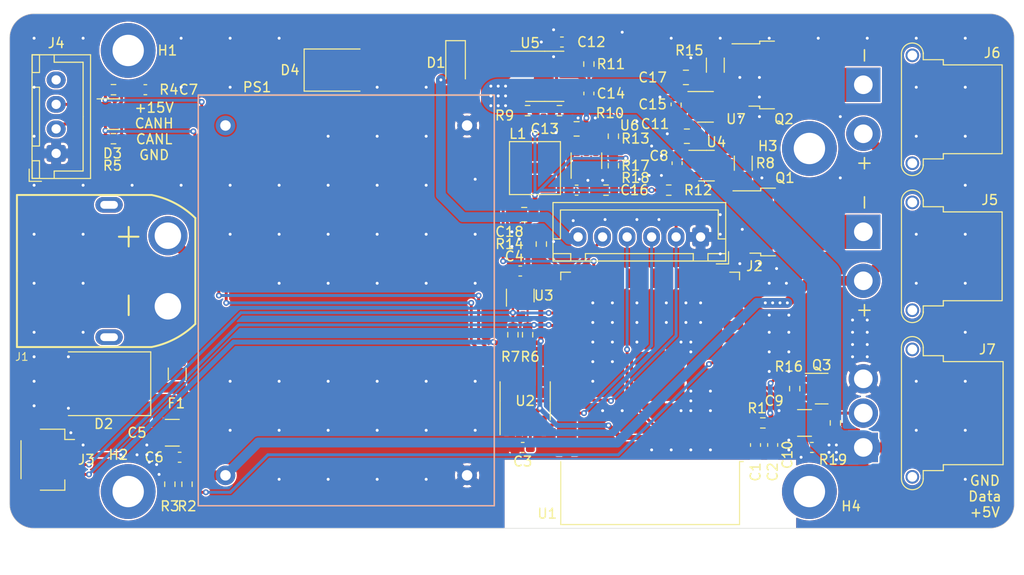
<source format=kicad_pcb>
(kicad_pcb (version 20221018) (generator pcbnew)
  (layers (0 "F.Cu" signal) (31 "B.Cu" signal) (34 "B.Paste" user) (35 "F.Paste" user) (36 "B.SilkS" user "B.Silkscreen") (37 "F.SilkS" user "F.Silkscreen") (38 "B.Mask" user) (39 "F.Mask" user) (44 "Edge.Cuts" user))
  (net 0 "")
  (net 1 "GND")
  (net 2 "+3V3")
  (net 3 "IO0")
  (net 4 "EN")
  (net 5 "ESP_TX")
  (net 6 "ESP_RX")
  (net 7 "+VSW")
  (net 8 "Net-(C7-Pad1)")
  (net 9 "+5V")
  (net 10 "I_SNS")
  (net 11 "+BATT")
  (net 12 "SCL")
  (net 13 "SDA")
  (net 14 "Net-(D1-Pad2)")
  (net 15 "Net-(J5-Pad1)")
  (net 16 "CANL")
  (net 17 "CANH")
  (net 18 "Net-(J6-Pad1)")
  (net 19 "CAN_RX")
  (net 20 "CAN_TX")
  (net 21 "Net-(Q1-Pad1)")
  (net 22 "Net-(J7-Pad2)")
  (net 23 "Net-(Q2-Pad1)")
  (net 24 "LED_Data")
  (net 25 "Net-(C16-Pad1)")
  (net 26 "Net-(C16-Pad2)")
  (net 27 "VIN_SNS")
  (net 28 "Net-(R8-Pad2)")
  (net 29 "IO36")
  (net 30 "5V_SNS")
  (net 31 "IO39")
  (net 33 "Net-(R13-Pad1)")
  (net 34 "Net-(R15-Pad2)")
  (net 35 "Net-(R17-Pad1)")
  (net 39 "LED_Light_1")
  (net 40 "LED_Light_2")
  (net 57 "Net-(R11-Pad2)")
  (net 60 "+5VP")
  (footprint "Capacitor_SMD:C_0603_1608Metric" (layer "F.Cu") (at 100.35 66.5 90)
    (fp_text reference "C2")
    (fp_text value "100n")
  )
  (footprint "Resistor_SMD:R_0603_1608Metric" (layer "F.Cu") (at 38.85 70.5 -90)
    (fp_text reference "R3")
    (fp_text value "1k")
  )
  (footprint "Capacitor_SMD:C_0603_1608Metric" (layer "F.Cu") (at 90.5 31.75 -90)
    (fp_text reference "C15")
    (fp_text value "100nF")
  )
  (footprint "Resistor_SMD:R_0603_1608Metric" (layer "F.Cu") (at 106.75 64.25 -90)
    (fp_text reference "R19")
    (fp_text value "1k")
  )
  (footprint "Resistor_SMD:R_0603_1608Metric" (layer "F.Cu") (at 99.35 64.25 180)
    (fp_text reference "R1")
    (fp_text value "1k")
  )
  (footprint "Resistor_SMD:R_1206_3216Metric" (layer "F.Cu") (at 94.5 27.75 -90)
    (fp_text reference "R15")
    (fp_text value "4.7")
  )
  (footprint "Connector_JST:JST_SH_SM04B-SRSS-TB_1x04-1MP_P1.00mm_Horizontal" (layer "F.Cu") (at 26.35 68 -90)
    (fp_text reference "J3")
    (fp_text value "I2C")
  )
  (footprint "Capacitor_SMD:C_1210_3225Metric" (layer "F.Cu") (at 39.1 65.25 180)
    (fp_text reference "C5")
    (fp_text value "2.2u 100V")
  )
  (footprint "Resistor_SMD:R_0603_1608Metric" (layer "F.Cu") (at 33.1 35.25 180)
    (fp_text reference "R5")
    (fp_text value "56R")
  )
  (footprint "Capacitor_SMD:C_0603_1608Metric" (layer "F.Cu") (at 74.6 48.75 180)
    (fp_text reference "C4")
    (fp_text value "100nF")
  )
  (footprint "Connector_JST:JST_XH_B4B-XH-A_1x04_P2.50mm_Vertical" (layer "F.Cu") (at 27.25 36.75 90)
    (fp_text reference "J4")
    (fp_text value "CAN2")
  )
  (footprint "RF_Module:ESP32-WROOM-32" (layer "F.Cu") (at 87.85 58.75 180)
    (fp_text reference "U1")
    (fp_text value "ESP32-WROOM-32")
  )
  (footprint "Connector_AMASS:AMASS_XT30PW-F_1x02_P2.50mm_Horizontal" (layer "F.Cu") (at 109.6 29.75 -90)
    (fp_text reference "J6")
    (fp_text value "XT30PW-F")
  )
  (footprint "Resistor_SMD:R_0603_1608Metric" (layer "F.Cu") (at 84.1 38 90)
    (fp_text reference "R17")
    (fp_text value "100k")
  )
  (footprint "Fuse:Fuse_1206_3216Metric" (layer "F.Cu") (at 39.6 59.25 90)
    (fp_text reference "F1")
    (fp_text value "2A permanent fuse")
  )
  (footprint "Capacitor_SMD:C_0603_1608Metric" (layer "F.Cu") (at 80.35 40.5)
    (fp_text reference "C16")
    (fp_text value "22n")
  )
  (footprint "Package_SO:SOIC-8_3.9x4.9mm_P1.27mm" (layer "F.Cu") (at 77.1 28.8875)
    (fp_text reference "U5")
    (fp_text value "CC6904")
  )
  (footprint "MountingHole:MountingHole_3.2mm_M3_DIN965_Pad" (layer "F.Cu") (at 34.6 71.25)
    (fp_text reference "H2")
    (fp_text value "MountingHole")
  )
  (footprint "Capacitor_SMD:C_0805_2012Metric" (layer "F.Cu") (at 91.6 35)
    (fp_text reference "C11")
    (fp_text value "1u")
  )
  (footprint "Resistor_SMD:R_0603_1608Metric" (layer "F.Cu") (at 33.1 30.25)
    (fp_text reference "R4")
    (fp_text value "56R")
  )
  (footprint "Package_TO_SOT_SMD:SOT-23-6" (layer "F.Cu") (at 81.35 37.5 90)
    (fp_text reference "U6")
    (fp_text value "MT2492")
  )
  (footprint "MountingHole:MountingHole_3.2mm_M3_DIN965_Pad" (layer "F.Cu") (at 34.6 26.25 90)
    (fp_text reference "H1")
    (fp_text value "MountingHole")
  )
  (footprint "Sensor_Humidity:Sensirion_DFN-8-1EP_2.5x2.5mm_P0.5mm_EP1.1x1.7mm" (layer "F.Cu") (at 74.6 51.25 90)
    (fp_text reference "U3")
    (fp_text value "SHT30-DIS")
  )
  (footprint "Package_SO:SOIC-8_3.9x4.9mm_P1.27mm" (layer "F.Cu") (at 75.1 62 90)
    (fp_text reference "U2")
    (fp_text value "SN65HVD231")
  )
  (footprint "Resistor_SMD:R_0603_1608Metric" (layer "F.Cu") (at 40.6 70.5 90)
    (fp_text reference "R2")
    (fp_text value "22k")
  )
  (footprint "boardcomputer:L_5040" (layer "F.Cu") (at 76.1 38.25 -90)
    (fp_text reference "L1")
    (fp_text value "4.7uH")
  )
  (footprint "Package_TO_SOT_SMD:TO-252-2" (layer "F.Cu") (at 101.6 43.75)
    (fp_text reference "Q1")
    (fp_text value "NCE0115K")
  )
  (footprint "Diode_SMD:D_SMB" (layer "F.Cu") (at 56.1 28.25)
    (fp_text reference "D4")
    (fp_text value "15V C78409")
  )
  (footprint "Diode_SMD:D_SMC" (layer "F.Cu") (at 32.1 60.25 180)
    (fp_text reference "D2")
    (fp_text value "51V TVS C310059")
  )
  (footprint "Package_TO_SOT_SMD:TO-252-2" (layer "F.Cu") (at 101.5 28.75)
    (fp_text reference "Q2")
    (fp_text value "NCE0115K")
  )
  (footprint "Bobbycar-FOC-hardware:Converter_DCDC_120V" (layer "F.Cu") (at 56.85 51.75 90)
    (fp_text reference "PS1")
    (fp_text value "120V DC DC converter")
  )
  (footprint "Resistor_SMD:R_0603_1608Metric" (layer "F.Cu") (at 75.35 55.25 -90)
    (fp_text reference "R6")
    (fp_text value "2k2")
  )
  (footprint "Resistor_SMD:R_0603_1608Metric" (layer "F.Cu") (at 83.35 40.5)
    (fp_text reference "R18")
    (fp_text value "22k")
  )
  (footprint "Capacitor_SMD:C_0805_2012Metric" (layer "F.Cu") (at 80.35 34.25)
    (fp_text reference "C13")
    (fp_text value "22uF")
  )
  (footprint "Capacitor_SMD:C_0603_1608Metric" (layer "F.Cu") (at 104.35 66.75)
    (fp_text reference "C10")
    (fp_text value "100nF")
  )
  (footprint "Capacitor_SMD:C_0603_1608Metric" (layer "F.Cu") (at 90.6 37.75 -90)
    (fp_text reference "C8")
    (fp_text value "100nF")
  )
  (footprint "MountingHole:MountingHole_3.2mm_M3_DIN965_Pad" (layer "F.Cu") (at 104.1 71.25)
    (fp_text reference "H4")
    (fp_text value "MountingHole")
  )
  (footprint "Resistor_SMD:R_1206_3216Metric" (layer "F.Cu") (at 97.35 37.75 90)
    (fp_text reference "R8")
    (fp_text value "4.7")
  )
  (footprint "Capacitor_SMD:C_0805_2012Metric" (layer "F.Cu") (at 91.5 29)
    (fp_text reference "C17")
    (fp_text value "1u")
  )
  (footprint "Capacitor_SMD:C_0603_1608Metric" (layer "F.Cu") (at 98.6 66.5 90)
    (fp_text reference "C1")
    (fp_text value "10u")
  )
  (footprint "Resistor_SMD:R_0603_1608Metric" (layer "F.Cu") (at 89.75 40.5 180)
    (fp_text reference "R12")
    (fp_text value "1k")
  )
  (footprint "boardcomputer:Amass_XT60PW-M" (layer "F.Cu") (at 38.65 48.75 90)
    (fp_text reference "J1")
    (fp_text value "XT60PW-M" hide)
  )
  (footprint "Resistor_SMD:R_0603_1608Metric" (layer "F.Cu") (at 78.6 32.3875 180)
    (fp_text reference "R10")
    (fp_text value "1k")
  )
  (footprint "Capacitor_SMD:C_0805_2012Metric" (layer "F.Cu") (at 75 43)
    (fp_text reference "C18")
    (fp_text value "22uF")
  )
  (footprint "Capacitor_SMD:C_0603_1608Metric" (layer "F.Cu") (at 81.6 30.6375 -90)
    (fp_text reference "C14")
    (fp_text value "100nF")
  )
  (footprint "Diode_SMD:D_SOD-123" (layer "F.Cu") (at 68 27.5 -90)
    (fp_text reference "D1")
    (fp_text value "D")
  )
  (footprint "Connector_AMASS:AMASS_MR30PW-FB_1x03_P3.50mm_Horizontal" (layer "F.Cu") (at 109.6 66.75 -90)
    (fp_text reference "J7")
    (fp_text value "MR30PW-FB")
  )
  (footprint "Connector_JST:JST_XH_B6B-XH-A_1x06_P2.50mm_Vertical" (layer "F.Cu") (at 93 45.275 180)
    (fp_text reference "J2")
    (fp_text value "PROG")
  )
  (footprint "Resistor_SMD:R_0603_1608Metric" (layer "F.Cu") (at 102.6 60.75 90)
    (fp_text reference "R16")
    (fp_text value "1k")
  )
  (footprint "Capacitor_SMD:C_0603_1608Metric" (layer "F.Cu") (at 39.85 67.75 180)
    (fp_text reference "C6")
    (fp_text value "100nF 100V")
  )
  (footprint "Resistor_SMD:R_0603_1608Metric" (layer "F.Cu") (at 81.6 27.6375 90)
    (fp_text reference "R11")
    (fp_text value "1k")
  )
  (footprint "Resistor_SMD:R_0603_1608Metric" (layer "F.Cu") (at 75.35 32.3875 180)
    (fp_text reference "R9")
    (fp_text value "1k")
  )
  (footprint "Resistor_SMD:R_0603_1608Metric" (layer "F.Cu") (at 84.1 35 90)
    (fp_text reference "R13")
    (fp_text value "1k")
  )
  (footprint "Capacitor_SMD:C_0603_1608Metric" (layer "F.Cu") (at 78.85 25.3875 180)
    (fp_text reference "C12")
    (fp_text value "100nF")
  )
  (footprint "Connector_AMASS:AMASS_XT30PW-F_1x02_P2.50mm_Horizontal" (layer "F.Cu") (at 109.6 44.75 -90)
    (fp_text reference "J5")
    (fp_text value "XT30PW-F")
  )
  (footprint "Package_TO_SOT_SMD:SOT-23-5" (layer "F.Cu") (at 93.5 32)
    (fp_text reference "U7")
    (fp_text value "UCC27517")
  )
  (footprint "Capacitor_SMD:C_0603_1608Metric" (layer "F.Cu") (at 74.85 66.75 180)
    (fp_text reference "C3")
    (fp_text value "100n")
  )
  (footprint "Package_TO_SOT_SMD:SOT-23" (layer "F.Cu") (at 105.35 60.75)
    (fp_text reference "Q3")
    (fp_text value "BSS138")
  )
  (footprint "MountingHole:MountingHole_3.2mm_M3_DIN965_Pad" (layer "F.Cu") (at 104.1 36.25)
    (fp_text reference "H3")
    (fp_text value "MountingHole")
  )
  (footprint "Resistor_SMD:R_0603_1608Metric" (layer "F.Cu") (at 73.85 55.25 -90)
    (fp_text reference "R7")
    (fp_text value "2k2")
  )
  (footprint "Resistor_SMD:R_0603_1608Metric" (layer "F.Cu") (at 76.75 46 90)
    (fp_text reference "R14")
    (fp_text value "1k")
  )
  (footprint "Package_TO_SOT_SMD:SOT-23-5" (layer "F.Cu") (at 93.6 38)
    (fp_text reference "U4")
    (fp_text value "UCC27517")
  )
  (footprint "Package_TO_SOT_SMD:SOT-23" (layer "F.Cu") (at 33.1 32.75)
    (fp_text reference "D3")
    (fp_text value "NUP2105L")
  )
  (footprint "Capacitor_SMD:C_1210_3225Metric" (layer "F.Cu") (at 103.6 64.25 180)
    (fp_text reference "C9")
    (fp_text value "2.2u 100V")
  )
  (footprint "Capacitor_SMD:C_0603_1608Metric" (layer "F.Cu") (at 36.35 30.25)
    (fp_text reference "C7")
    (fp_text value "100n")
  )
  (gr_line (start 22.5 72.5) (end 22.5 25) (stroke (width 0.05)) (layer "Edge.Cuts"))
  (gr_arc (start 125 72.5) (mid 124.267767 74.267767) (end 122.5 75) (stroke (width 0.05)) (layer "Edge.Cuts"))
  (gr_line (start 122.5 75) (end 25 75) (stroke (width 0.05)) (layer "Edge.Cuts"))
  (gr_line (start 125 25) (end 125 72.5) (stroke (width 0.05)) (layer "Edge.Cuts"))
  (gr_line (start 25 22.5) (end 122.5 22.5) (stroke (width 0.05)) (layer "Edge.Cuts"))
  (gr_arc (start 22.5 25) (mid 23.232233 23.232233) (end 25 22.5) (stroke (width 0.05)) (layer "Edge.Cuts"))
  (gr_arc (start 25 75) (mid 23.232233 74.267767) (end 22.5 72.5) (stroke (width 0.05)) (layer "Edge.Cuts"))
  (gr_arc (start 122.5 22.5) (mid 124.267767 23.232233) (end 125 25) (stroke (width 0.05)) (layer "Edge.Cuts"))
  (gr_text "GND\nData\n+5V" (at 122 71.75) (layer "F.SilkS") (effects (font (size 1 1))))
  (gr_text "+15V\nCANH\nCANL\nGND" (at 37.25 34.5) (layer "F.SilkS") (effects (font (size 1 1))))
  (segment (start 74.35 51) (end 74.6 51.25) (width 0.3) (layer "F.Cu") (net 1))
  (segment (start 74.35 51.5) (end 74.6 51.25) (width 0.3) (layer "F.Cu") (net 1))
  (segment (start 74.6 51.25) (end 73.25 51.25) (width 0.3) (layer "F.Cu") (net 1))
  (segment (start 74.35 52.425) (end 74.35 51.5) (width 0.3) (layer "F.Cu") (net 1))
  (segment (start 74.35 50.075) (end 74.35 51) (width 0.3) (layer "F.Cu") (net 1))
  (via (at 40 40) (size 0.6) (drill 0.3) (layers "F.Cu" "B.Cu") (net 1))
  (via (at 60 70) (size 0.6) (drill 0.3) (layers "F.Cu" "B.Cu") (net 1))
  (via (at 110 25) (size 0.6) (drill 0.3) (layers "F.Cu" "B.Cu") (net 1))
  (via (at 30 55) (size 0.6) (drill 0.3) (layers "F.Cu" "B.Cu") (net 1))
  (via (at 65 50) (size 0.6) (drill 0.3) (layers "F.Cu" "B.Cu") (net 1))
  (via (at 55 60) (size 0.6) (drill 0.3) (layers "F.Cu" "B.Cu") (net 1))
  (via (at 86.5 54) (size 0.6) (drill 0.3) (layers "F.Cu" "B.Cu") (net 1))
  (via (at 120 30) (size 0.6) (drill 0.3) (layers "F.Cu" "B.Cu") (net 1))
  (via (at 101.75 50) (size 0.6) (drill 0.3) (layers "F.Cu" "B.Cu") (net 1))
  (via (at 102 59) (size 0.6) (drill 0.3) (layers "F.Cu" "B.Cu") (net 1))
  (via (at 60 65) (size 0.6) (drill 0.3) (layers "F.Cu" "B.Cu") (net 1))
  (via (at 102 67) (size 0.6) (drill 0.3) (layers "F.Cu" "B.Cu") (net 1))
  (via (at 37.5 68.5) (size 0.6) (drill 0.3) (layers "F.Cu" "B.Cu") (net 1))
  (via (at 78 26.8875) (size 0.6) (drill 0.3) (layers "F.Cu" "B.Cu") (net 1))
  (via (at 25 60) (size 0.6) (drill 0.3) (layers "F.Cu" "B.Cu") (net 1))
  (via (at 45 25) (size 0.6) (drill 0.3) (layers "F.Cu" "B.Cu") (net 1))
  (via (at 65 30) (size 0.6) (drill 0.3) (layers "F.Cu" "B.Cu") (net 1))
  (via (at 97.25 44.5) (size 0.6) (drill 0.3) (layers "F.Cu" "B.Cu") (net 1))
  (via (at 92 27) (size 0.6) (drill 0.3) (layers "F.Cu" "B.Cu") (net 1))
  (via (at 55 65) (size 0.6) (drill 0.3) (layers "F.Cu" "B.Cu") (net 1))
  (via (at 60 30) (size 0.6) (drill 0.3) (layers "F.Cu" "B.Cu") (net 1))
  (via (at 30 50) (size 0.6) (drill 0.3) (layers "F.Cu" "B.Cu") (net 1))
  (via (at 110 56.25) (size 0.6) (drill 0.3) (layers "F.Cu" "B.Cu") (net 1))
  (via (at 82.25 33.1375) (size 0.6) (drill 0.3) (layers "F.Cu" "B.Cu") (net 1))
  (via (at 55 45) (size 0.6) (drill 0.3) (layers "F.Cu" "B.Cu") (net 1))
  (via (at 50 45) (size 0.6) (drill 0.3) (layers "F.Cu" "B.Cu") (net 1))
  (via (at 102 53.25) (size 0.6) (drill 0.3) (layers "F.Cu" "B.Cu") (net 1))
  (via (at 87.75 39) (size 0.6) (drill 0.3) (layers "F.Cu" "B.Cu") (net 1))
  (via (at 99 31) (size 0.6) (drill 0.3) (layers "F.Cu" "B.Cu") (net 1))
  (via (at 83 39.5) (size 0.6) (drill 0.3) (layers "F.Cu" "B.Cu") (net 1))
  (via (at 45 40) (size 0.6) (drill 0.3) (layers "F.Cu" "B.Cu") (net 1))
  (via (at 100 53.25) (size 0.6) (drill 0.3) (layers "F.Cu" "B.Cu") (net 1))
  (via (at 81.5 39.5) (size 0.6) (drill 0.3) (layers "F.Cu" "B.Cu") (net 1))
  (via (at 65 60) (size 0.6) (drill 0.3) (layers "F.Cu" "B.Cu") (net 1))
  (via (at 45 30) (size 0.6) (drill 0.3) (layers "F.Cu" "B.Cu") (net 1))
  (via (at 30 40) (size 0.6) (drill 0.3) (layers "F.Cu" "B.Cu") (net 1))
  (via (at 74.5 45.5) (size 0.6) (drill 0.3) (layers "F.Cu" "B.Cu") (net 1))
  (via (at 107.25 39.25) (size 0.6) (drill 0.3) (layers "F.Cu" "B.Cu") (net 1))
  (via (at 100 25) (size 0.6) (drill 0.3) (layers "F.Cu" "B.Cu") (net 1))
  (via (at 100.75 48.5) (size 0.6) (drill 0.3) (layers "F.Cu" "B.Cu") (net 1))
  (via (at 115 25) (size 0.6) (drill 0.3) (layers "F.Cu" "B.Cu") (net 1))
  (via (at 55 50) (size 0.6) (drill 0.3) (layers "F.Cu" "B.Cu") (net 1))
  (via (at 25 30) (size 0.6) (drill 0.3) (layers "F.Cu" "B.Cu") (net 1))
  (via (at 45 65) (size 0.6) (drill 0.3) (layers "F.Cu" "B.Cu") (net 1))
  (via (at 88 67) (size 0.6) (drill 0.3) (layers "F.Cu" "B.Cu") (net 1))
  (via (at 65 35) (size 0.6) (drill 0.3) (layers "F.Cu" "B.Cu") (net 1))
  (via (at 91 56) (size 0.6) (drill 0.3) (layers "F.Cu" "B.Cu") (net 1))
  (via (at 25 45) (size 0.6) (drill 0.3) (layers "F.Cu" "B.Cu") (net 1))
  (via (at 70 45) (size 0.6) (drill 0.3) (layers "F.Cu" "B.Cu") (net 1))
  (via (at 94 63) (size 0.6) (drill 0.3) (layers "F.Cu" "B.Cu") (net 1))
  (via (at 86.5 52) (size 0.6) (drill 0.3) (layers "F.Cu" "B.Cu") (net 1))
  (via (at 100 55) (size 0.6) (drill 0.3) (layers "F.Cu" "B.Cu") (net 1))
  (via (at 89.5 52) (size 0.6) (drill 0.3) (layers "F.Cu" "B.Cu") (net 1))
  (via (at 83.25 43.5) (size 0.6) (drill 0.3) (layers "F.Cu" "B.Cu") (net 1))
  (via (at 36.75 68.25) (size 0.6) (drill 0.3) (layers "F.Cu" "B.Cu") (net 1))
  (via (at 115 50) (size 0.6) (drill 0.3) (layers "F.Cu" "B.Cu") (net 1))
  (via (at 91.5 54) (size 0.6) (drill 0.3) (layers "F.Cu" "B.Cu") (net 1))
  (via (at 65 45) (size 0.6) (drill 0.3) (layers "F.Cu" "B.Cu") (net 1))
  (via (at 70 60) (size 0.6) (drill 0.3) (layers "F.Cu" "B.Cu") (net 1))
  (via (at 102 57) (size 0.6) (drill 0.3) (layers "F.Cu" "B.Cu") (net 1))
  (via (at 28.75 65.25) (size 0.6) (drill 0.3) (layers "F.Cu" "B.Cu") (net 1))
  (via (at 120 50) (size 0.6) (drill 0.3) (layers "F.Cu" "B.Cu") (net 1))
  (via (at 92 61) (size 0.6) (drill 0.3) (layers "F.Cu" "B.Cu") (net 1))
  (via (at 82 52) (size 0.6) (drill 0.3) (layers "F.Cu" "B.Cu") (net 1))
  (via (at 115 35) (size 0.6) (drill 0.3) (layers "F.Cu" "B.Cu") (net 1))
  (via (at 60 45) (size 0.6) (drill 0.3) (layers "F.Cu" "B.Cu") (net 1))
  (via (at 102 66) (size 0.6) (drill 0.3) (layers "F.Cu" "B.Cu") (net 1))
  (via (at 91.5 52) (size 0.6) (drill 0.3) (layers "F.Cu" "B.Cu") (net 1))
  (via (at 92 56) (size 0.6) (drill 0.3) (layers "F.Cu" "B.Cu") (net 1))
  (via (at 110 55) (size 0.6) (drill 0.3) (layers "F.Cu" "B.Cu") (net 1))
  (via (at 120 55) (size 0.6) (drill 0.3) (layers "F.Cu" "B.Cu") (net 1))
  (via (at 50 40) (size 0.6) (drill 0.3) (layers "F.Cu" "B.Cu") (net 1))
  (via (at 50 50) (size 0.6) (drill 0.3) (layers "F.Cu" "B.Cu") (net 1))
  (via (at 28.5 62.75) (size 0.6) (drill 0.3) (layers "F.Cu" "B.Cu") (net 1))
  (via (at 25 55) (size 0.6) (drill 0.3) (layers "F.Cu" "B.Cu") (net 1))
  (via (at 84 52) (size 0.6) (drill 0.3) (layers "F.Cu" "B.Cu") (net 1))
  (via (at 120 60) (size 0.6) (drill 0.3) (layers "F.Cu" "B.Cu") (net 1))
  (via (at 100 50) (size 0.6) (drill 0.3) (layers "F.Cu" "B.Cu") (net 1))
  (via (at 101 63) (size 0.6) (drill 0.3) (layers "F.Cu" "B.Cu") (net 1))
  (via (at 97 33) (size 0.6) (drill 0.3) (layers "F.Cu" "B.Cu") (net 1))
  (via (at 115 30) (size 0.6) (drill 0.3) (layers "F.Cu" "B.Cu") (net 1))
  (via (at 30 45) (size 0.6) (drill 0.3) (layers "F.Cu" "B.Cu") (net 1))
  (via (at 103.25 67.75) (size 0.6) (drill 0.3) (layers "F.Cu" "B.Cu") (net 1))
  (via (at 78 45.75) (size 0.6) (drill 0.3) (layers "F.Cu" "B.Cu") (net 1))
  (via (at 93 54) (size 0.6) (drill 0.3) (layers "F.Cu" "B.Cu") (net 1))
  (via (at 70 65) (size 0.6) (drill 0.3) (layers "F.Cu" "B.Cu") (net 1))
  (via (at 120 65) (size 0.6) (drill 0.3) (layers "F.Cu" "B.Cu") (net 1))
  (via (at 55 40) (size 0.6) (drill 0.3) (layers "F.Cu" "B.Cu") (net 1))
  (via (at 70 50) (size 0.6) (drill 0.3) (layers "F.Cu" "B.Cu") (net 1))
  (via (at 76.75 25.3875) (size 0.6) (drill 0.3) (layers "F.Cu" "B.Cu") (net 1))
  (via (at 85 24.3875) (size 0.6) (drill 0.3) (layers "F.Cu" "B.Cu") (net 1))
  (via (at 45 60) (size 0.6) (drill 0.3) (layers "F.Cu" "B.Cu") (net 1))
  (via (at 82 56) (size 0.6) (drill 0.3) (layers "F.Cu" "B.Cu") (net 1))
  (via (at 108.5 56.25) (size 0.6) (drill 0.3) (layers "F.Cu" "B.Cu") (net 1))
  (via (at 78.25 34.6375) (size 0.6) (drill 0.3) (layers "F.Cu" "B.Cu") (net 1))
  (via (at 83 63) (size 0.6) (drill 0.3) (layers "F.Cu" "B.Cu") (net 1))
  (via (at 65 70) (size 0.6) (drill 0.3) (layers "F.Cu" "B.Cu") (net 1))
  (via (at 73.75 44.75) (size 0.6) (drill 0.3) (layers "F.Cu" "B.Cu") (net 1))
  (via (at 88 36) (size 0.6) (drill 0.3) (layers "F.Cu" "B.Cu") (net 1))
  (via (at 97 29) (size 0.6) (drill 0.3) (layers "F.Cu" "B.Cu") (net 1))
  (via (at 115 65) (size 0.6) (drill 0.3) (layers "F.Cu" "B.Cu") (net 1))
  (via (at 108.5 53.75) (size 0.6) (drill 0.3) (layers "F.Cu" "B.Cu") (net 1))
  (via (at 84 56) (size 0.6) (drill 0.3) (layers "F.Cu" "B.Cu") (net 1))
  (via (at 100 57) (size 0.6) (drill 0.3) (layers "F.Cu" "B.Cu") (net 1))
  (via (at 86.5 33.5) (size 0.6) (drill 0.3) (layers "F.Cu" "B.Cu") (net 1))
  (via (at 37.5 67.5) (size 0.6) (drill 0.3) (layers "F.Cu" "B.Cu") (net 1))
  (via (at 92 67) (size 0.6) (drill 0.3) (layers "F.Cu" "B.Cu") (net 1))
  (via (at 99 48) (size 0.6) (drill 0.3) (layers "F.Cu" "B.Cu") (net 1))
  (via (at 108.5 55) (size 0.6) (drill 0.3) (layers "F.Cu" "B.Cu") (net 1))
  (via (at 80.5 33.1375) (size 0.6) (drill 0.3) (layers "F.Cu" "B.Cu") (net 1))
  (via (at 95 45) (size 0.6) (drill 0.3) (layers "F.Cu" "B.Cu") (net 1))
  (via (at 80 43.6125) (size 0.6) (drill 0.3) (layers "F.Cu" "B.Cu") (net 1))
  (via (at 94 61) (size 0.6) (drill 0.3) (layers "F.Cu" "B.Cu") (net 1))
  (via (at 86.5 43.5) (size 0.6) (drill 0.3) (layers "F.Cu" "B.Cu") (net 1))
  (via (at 50 25) (size 0.6) (drill 0.3) (layers "F.Cu" "B.Cu") (net 1))
  (via (at 92 63) (size 0.6) (drill 0.3) (layers "F.Cu" "B.Cu") (net 1))
  (via (at 55 35) (size 0.6) (drill 0.3) (layers "F.Cu" "B.Cu") (net 1))
  (via (at 105 25) (size 0.6) (drill 0.3) (layers "F.Cu" "B.Cu") (net 1))
  (via (at 97 48) (size 0.6) (drill 0.3) (layers "F.Cu" "B.Cu") (net 1))
  (via (at 25 57.5) (size 0.6) (drill 0.3) (layers "F.Cu" "B.Cu") (net 1))
  (via (at 82 58) (size 0.6) (drill 0.3) (layers "F.Cu" "B.Cu") (net 1))
  (via (at 30 66.5) (size 0.6) (drill 0.3) (layers "F.Cu" "B.Cu") (net 1))
  (via (at 95 43) (size 0.6) (drill 0.3) (layers "F.Cu" "B.Cu") (net 1))
  (via (at 115 45) (size 0.6) (drill 0.3) (layers "F.Cu" "B.Cu") (net 1))
  (via (at 102 55) (size 0.6) (drill 0.3) (layers "F.Cu" "B.Cu") (net 1))
  (via (at 120 25) (size 0.6) (drill 0.3) (layers "F.Cu" "B.Cu") (net 1))
  (via (at 25 50) (size 0.6) (drill 0.3) (layers "F.Cu" "B.Cu") (net 1))
  (via (at 90 25) (size 0.6) (drill 0.3) (layers "F.Cu" "B.Cu") (net 1))
  (via (at 60 60) (size 0.6) (drill 0.3) (layers "F.Cu" "B.Cu") (net 1))
  (via (at 78 24.1375) (size 0.6) (drill 0.3) (layers "F.Cu" "B.Cu") (net 1))
  (via (at 120 70) (size 0.6) (drill 0.3) (layers "F.Cu" "B.Cu") (net 1))
  (via (at 65 40) (size 0.6) (drill 0.3) (layers "F.Cu" "B.Cu") (net 1))
  (via (at 82 54) (size 0.6) (drill 0.3) (layers "F.Cu" "B.Cu") (net 1))
  (via (at 99.25 39.25) (size 0.6) (drill 0.3) (layers "F.Cu" "B.Cu") (net 1))
  (via (at 120 45) (size 0.6) (drill 0.3) (layers "F.Cu" "B.Cu") (net 1))
  (via (at 60 35) (size 0.6) (drill 0.3) (layers "F.Cu" "B.Cu") (net 1))
  (via (at 28.5 57.5) (size 0.6) (drill 0.3) (layers "F.Cu" "B.Cu") (net 1))
  (via (at 86.75 39.3875) (size 0.6) (drill 0.3) (layers "F.Cu" "B.Cu") (net 1))
  (via (at 84 54) (size 0.6) (drill 0.3) (layers "F.Cu" "B.Cu") (net 1))
  (via (at 55 70) (size 0.6) (drill 0.3) (layers "F.Cu" "B.Cu") (net 1))
  (via (at 95 47) (size 0.6) (drill 0.3) (layers "F.Cu" "B.Cu") (net 1))
  (via (at 92 57) (size 0.6) (drill 0.3) (layers "F.Cu" "B.Cu") (net 1))
  (via (at 25 35) (size 0.6) (drill 0.3) (layers "F.Cu" "B.Cu") (net 1))
  (via (at 25 40) (size 0.6) (drill 0.3) (layers "F.Cu" "B.Cu") (net 1))
  (via (at 99 33) (size 0.6) (drill 0.3) (layers "F.Cu" "B.Cu") (net 1))
  (via (at 88.75 43.5) (size 0.6) (drill 0.3) (layers "F.Cu" "B.Cu") (net 1))
  (via (at 35 40) (size 0.6) (drill 0.3) (layers "F.Cu" "B.Cu") (net 1))
  (via (at 36.5 66.5) (size 0.6) (drill 0.3) (layers "F.Cu" "B.Cu") (net 1))
  (via (at 84 58) (size 0.6) (drill 0.3) (layers "F.Cu" "B.Cu") (net 1))
  (via (at 35.5 67.5) (size 0.6) (drill 0.3) (layers "F.Cu" "B.Cu") (net 1))
  (via (at 50 65) (size 0.6) (drill 0.3) (layers "F.Cu" "B.Cu") (net 1))
  (via (at 107.25 33) (size 0.6) (drill 0.3) (layers "F.Cu" "B.Cu") (net 1))
  (via (at 37.75 69.5) (size 0.6) (drill 0.3) (layers "F.Cu" "B.Cu") (net 1))
  (via (at 25 25) (size 0.6) (drill 0.3) (layers "F.Cu" "B.Cu") (net 1))
  (via (at 45 45) (size 0.6) (drill 0.3) (layers "F.Cu" "B.Cu") (net 1))
  (via (at 60 40) (size 0.6) (drill 0.3) (layers "F.Cu" "B.Cu") (net 1))
  (via (at 120 35) (size 0.6) (drill 0.3) (layers "F.Cu" "B.Cu") (net 1))
  (via (at 60 50) (size 0.6) (drill 0.3) (layers "F.Cu" "B.Cu") (net 1))
  (via (at 99 29) (size 0.6) (drill 0.3) (layers "F.Cu" "B.Cu") (net 1))
  (via (at 89.5 54) (size 0.6) (drill 0.3) (layers "F.Cu" "B.Cu") (net 1))
  (via (at 73.75 46.25) (size 0.6) (drill 0.3) (layers "F.Cu" "B.Cu") (net 1))
  (via (at 65 65) (size 0.6) (drill 0.3) (layers "F.Cu" "B.Cu") (net 1))
  (via (at 115 60) (size 0.6) (drill 0.3) (layers "F.Cu" "B.Cu") (net 1))
  (via (at 120 40) (size 0.6) (drill 0.3) (layers "F.Cu" "B.Cu") (net 1))
  (via (at 94 67) (size 0.6) (drill 0.3) (layers "F.Cu" "B.Cu") (net 1))
  (via (at 50 70) (size 0.6) (drill 0.3) (layers "F.Cu" "B.Cu") (net 1))
  (via (at 30 25) (size 0.6) (drill 0.3) (layers "F.Cu" "B.Cu") (net 1))
  (via (at 89 37) (size 0.6) (drill 0.3) (layers "F.Cu" "B.Cu") (net 1))
  (via (at 40 30) (size 0.6) (drill 0.3) (layers "F.Cu" "B.Cu") (net 1))
  (via (at 70 39.3875) (size 0.6) (drill 0.3) (layers "F.Cu" "B.Cu") (net 1))
  (via (at 82 60) (size 0.6) (drill 0.3) (layers "F.Cu" "B.Cu") (net 1))
  (via (at 85 63) (size 0.6) (drill 0.3) (layers "F.Cu" "B.Cu") (net 1))
  (via (at 92 62) (size 0.6) (drill 0.3) (layers "F.Cu" "B.Cu") (net 1))
  (via (at 93 52) (size 0.6) (drill 0.3) (layers "F.Cu" "B.Cu") (net 1))
  (via (at 25 62.5) (size 0.6) (drill 0.3) (layers "F.Cu" "B.Cu") (net 1))
  (via (at 108.5 57.5) (size 0.6) (drill 0.3) (layers "F.Cu" "B.Cu") (net 1))
  (via (at 36.5 67.5) (size 0.6) (drill 0.3) (layers "F.Cu" "B.Cu") (net 1))
  (via (at 90 67) (size 0.6) (drill 0.3) (layers "F.Cu" "B.Cu") (net 1))
  (via (at 40 25) (size 0.6) (drill 0.3) (layers "F.Cu" "B.Cu") (net 1))
  (via (at 50 60) (size 0.6) (drill 0.3) (layers "F.Cu" "B.Cu") (net 1))
  (via (at 91 63) (size 0.6) (drill 0.3) (layers "F.Cu" "B.Cu") (net 1))
  (via (at 100 59) (size 0.6) (drill 0.3) (layers "F.Cu" "B.Cu") (net 1))
  (via (at 110 53.75) (size 0.6) (drill 0.3) (layers "F.Cu" "B.Cu") (net 1))
  (via (at 110 57.5) (size 0.6) (drill 0.3) (layers "F.Cu" "B.Cu") (net 1))
  (via (at 86.5 56) (size 0.6) (drill 0.3) (layers "F.Cu" "B.Cu") (net 1))
  (via (at 89 39) (size 0.6) (drill 0.3) (layers "F.Cu" "B.Cu") (net 1))
  (via (at 95 25) (size 0.6) (drill 0.3) (layers "F.Cu" "B.Cu") (net 1))
  (segment (start 73.85 56.075) (end 76.525 56.075) (width 0.5) (layer "F.Cu") (net 2))
  (segment (start 76.1 34.75) (end 76.8875 34.75) (width 0.3) (layer "F.Cu") (net 2))
  (segment (start 79.575 26.9825) (end 79.234283 26.9825) (width 0.3) (layer "F.Cu") (net 2))
  (segment (start 88.925 40.5) (end 88 40.5) (width 0.3) (layer "F.Cu") (net 2))
  (segment (start 100.175 64.25) (end 100.175 65.55) (width 0.5) (layer "F.Cu") (net 2))
  (segment (start 76.1 39.85) (end 76.1 41) (width 0.5) (layer "F.Cu") (net 2))
  (segment (start 79.234283 26.9825) (end 78.30048 27.916303) (width 0.3) (layer "F.Cu") (net 2))
  (segment (start 75.735 63.615) (end 75.735 64.475) (width 0.5) (layer "F.Cu") (net 2))
  (segment (start 78.6 32.031073) (end 78.6 33.0375) (width 0.3) (layer "F.Cu") (net 2))
  (segment (start 75.375 43.875) (end 76.1 43.15) (width 0.5) (layer "F.Cu") (net 2))
  (segment (start 76.1 43.15) (end 76.1 41) (width 0.5) (layer "F.Cu") (net 2))
  (segment (start 76.525 56.075) (end 76.699511 55.900489) (width 0.5) (layer "F.Cu") (net 2))
  (segment (start 84.1 37.175) (end 85.275 37.175) (width 0.3) (layer "F.Cu") (net 2))
  (segment (start 84.835 65.735) (end 96.35 65.735) (width 0.5) (layer "F.Cu") (net 2))
  (segment (start 76.6 62.75) (end 75.735 63.615) (width 0.5) (layer "F.Cu") (net 2))
  (segment (start 76.8875 34.75) (end 78.6 33.0375) (width 0.3) (layer "F.Cu") (net 2))
  (segment (start 75.425 45.175) (end 75.375 45.125) (width 0.5) (layer "F.Cu") (net 2))
  (segment (start 76.75 45.175) (end 75.425 45.175) (width 0.5) (layer "F.Cu") (net 2))
  (segment (start 98.59 65.735) (end 98.6 65.725) (width 0.5) (layer "F.Cu") (net 2))
  (segment (start 33.85 67.5) (end 28.35 67.5) (width 0.5) (layer "F.Cu") (net 2))
  (segment (start 75.625 64.585) (end 75.735 64.475) (width 0.3) (layer "F.Cu") (net 2))
  (segment (start 75.375 45.125) (end 75.375 43.875) (width 0.5) (layer "F.Cu") (net 2))
  (segment (start 100.54239 59.8) (end 100.143756 60.198634) (width 0.3) (layer "F.Cu") (net 2))
  (segment (start 100.175 65.55) (end 100.35 65.725) (width 0.5) (layer "F.Cu") (net 2))
  (segment (start 75.375 48.75) (end 75.375 45.125) (width 0.5) (layer "F.Cu") (net 2))
  (segment (start 73.85 56.075) (end 71.925 56.075) (width 0.5) (layer "F.Cu") (net 2))
  (segment (start 78.30048 27.916303) (end 78.30048 31.731553) (width 0.3) (layer "F.Cu") (net 2))
  (segment (start 95.85 65.735) (end 98.59 65.735) (width 0.5) (layer "F.Cu") (net 2))
  (segment (start 75.35 48.775) (end 75.375 48.75) (width 0.2) (layer "F.Cu") (net 2))
  (segment (start 75.35 50.075) (end 75.35 48.775) (width 0.2) (layer "F.Cu") (net 2))
  (segment (start 79.575 25.4375) (end 79.625 25.3875) (width 0.3) (layer "F.Cu") (net 2))
  (segment (start 71.925 56.075) (end 71.85 56) (width 0.5) (layer "F.Cu") (net 2))
  (segment (start 104.4125 59.8) (end 100.54239 59.8) (width 0.3) (layer "F.Cu") (net 2))
  (segment (start 79.575 26.9825) (end 79.575 25.4375) (width 0.3) (layer "F.Cu") (net 2))
  (segment (start 100.175 63.325) (end 100.1 63.25) (width 0.5) (layer "F.Cu") (net 2))
  (segment (start 85.275 37.175) (end 85.35 37.25) (width 0.3) (layer "F.Cu") (net 2))
  (segment (start 100.175 64.25) (end 100.175 63.325) (width 0.5) (layer "F.Cu") (net 2))
  (segment (start 76.699511 55.900489) (end 76.699511 49.949511) (width 0.5) (layer "F.Cu") (net 2))
  (segment (start 75.5 48.75) (end 75.375 48.75) (width 0.5) (layer "F.Cu") (net 2))
  (segment (start 83.6 64.5) (end 84.835 65.735) (width 0.5) (layer "F.Cu") (net 2))
  (segment (start 75.625 66.75) (end 75.625 64.585) (width 0.3) (layer "F.Cu") (net 2))
  (segment (start 78.30048 31.731553) (end 78.6 32.031073) (width 0.3) (layer "F.Cu") (net 2))
  (segment (start 76.699511 49.949511) (end 75.5 48.75) (width 0.5) (layer "F.Cu") (net 2))
  (segment (start 98.6 65.725) (end 100.35 65.725) (width 0.5) (layer "F.Cu") (net 2))
  (via (at 76.6 62.75) (size 0.6) (drill 0.3) (layers "F.Cu" "B.Cu") (net 2))
  (via (at 100.143756 60.198634) (size 0.6) (drill 0.3) (layers "F.Cu" "B.Cu") (net 2))
  (via (at 83.6 64.5) (size 0.6) (drill 0.3) (layers "F.Cu" "B.Cu") (net 2))
  (via (at 76.1 41) (size 0.6) (drill 0.3) (layers "F.Cu" "B.Cu") (net 2))
  (via (at 85.35 37.25) (size 0.6) (drill 0.3) (layers "F.Cu" "B.Cu") (net 2))
  (via (at 71.85 56) (size 0.6) (drill 0.3) (layers "F.Cu" "B.Cu") (net 2))
  (via (at 100.1 63.25) (size 0.6) (drill 0.3) (layers "F.Cu" "B.Cu") (net 2))
  (via (at 76.1 34.75) (size 0.6) (drill 0.3) (layers "F.Cu" "B.Cu") (net 2))
  (via (at 88 40.5) (size 0.6) (drill 0.3) (layers "F.Cu" "B.Cu") (net 2))
  (via (at 76.699511 55.900489) (size 0.6) (drill 0.3) (layers "F.Cu" "B.Cu") (net 2))
  (via (at 33.85 67.5) (size 0.6) (drill 0.3) (layers "F.Cu" "B.Cu") (net 2))
  (segment (start 88 40.5) (end 76.6 40.5) (width 0.3) (layer "B.Cu") (net 2))
  (segment (start 76.6 40.5) (end 76.1 41) (width 0.3) (layer "B.Cu") (net 2))
  (segment (start 76.7125 40.3875) (end 76.1 41) (width 0.3) (layer "B.Cu") (net 2))
  (segment (start 76.6 56) (end 76.699511 55.900489) (width 0.5) (layer "B.Cu") (net 2))
  (segment (start 45.35 56) (end 33.85 67.5) (width 0.5) (layer "B.Cu") (net 2))
  (segment (start 100.1 60.24239) (end 100.143756 60.198634) (width 0.5) (layer "B.Cu") (net 2))
  (segment (start 100.1 63.25) (end 100.1 60.24239) (width 0.5) (layer "B.Cu") (net 2))
  (segment (start 83.6 64.5) (end 78.35 64.5) (width 0.5) (layer "B.Cu") (net 2))
  (segment (start 85.35 37.25) (end 79.85 37.25) (width 0.3) (layer "B.Cu") (net 2))
  (segment (start 76.1 34.75) (end 76.1 41) (width 0.3) (layer "B.Cu") (net 2))
  (segment (start 76.6 62.75) (end 76.6 56) (width 0.5) (layer "B.Cu") (net 2))
  (segment (start 71.85 56) (end 45.35 56) (width 0.5) (layer "B.Cu") (net 2))
  (segment (start 78.35 64.5) (end 76.6 62.75) (width 0.5) (layer "B.Cu") (net 2))
  (segment (start 76.1 41) (end 79.85 37.25) (width 0.3) (layer "B.Cu") (net 2))
  (segment (start 79.35 49.175) (end 83 45.525) (width 0.3) (layer "F.Cu") (net 3))
  (segment (start 77 46.825) (end 79.35 49.175) (width 0.3) (layer "F.Cu") (net 3))
  (segment (start 79.35 50.495) (end 79.35 49.175) (width 0.3) (layer "F.Cu") (net 3))
  (segment (start 76.75 46.825) (end 77 46.825) (width 0.3) (layer "F.Cu") (net 3))
  (segment (start 85.5 61.754022) (end 88.210978 64.465) (width 0.3) (layer "F.Cu") (net 4))
  (segment (start 95.85 64.465) (end 98.31 64.465) (width 0.3) (layer "F.Cu") (net 4))
  (segment (start 85.5 56.75) (end 85.5 61.754022) (width 0.3) (layer "F.Cu") (net 4))
  (segment (start 88.210978 64.465) (end 96.35 64.465) (width 0.3) (layer "F.Cu") (net 4))
  (segment (start 98.31 64.465) (end 98.525 64.25) (width 0.3) (layer "F.Cu") (net 4))
  (via (at 85.5 56.75) (size 0.6) (drill 0.3) (layers "F.Cu" "B.Cu") (net 4))
  (segment (start 85.5 56.75) (end 85.5 45.525) (width 0.3) (layer "B.Cu") (net 4))
  (segment (start 79.405 63.25) (end 79.35 63.195) (width 0.3) (layer "F.Cu") (net 5))
  (segment (start 81.1 63.25) (end 79.405 63.25) (width 0.3) (layer "F.Cu") (net 5))
  (via (at 81.1 63.25) (size 0.6) (drill 0.3) (layers "F.Cu" "B.Cu") (net 5))
  (segment (start 88 56.35) (end 88 45.525) (width 0.3) (layer "B.Cu") (net 5))
  (segment (start 81.1 63.25) (end 88 56.35) (width 0.3) (layer "B.Cu") (net 5))
  (segment (start 83.775 61.925) (end 79.35 61.925) (width 0.3) (layer "F.Cu") (net 6))
  (segment (start 90.5 40.575) (end 90.5 45.525) (width 0.3) (layer "F.Cu") (net 6))
  (segment (start 90.575 40.5) (end 90.5 40.575) (width 0.3) (layer "F.Cu") (net 6))
  (segment (start 83.85 62) (end 83.775 61.925) (width 0.3) (layer "F.Cu") (net 6))
  (via (at 83.85 62) (size 0.6) (drill 0.3) (layers "F.Cu" "B.Cu") (net 6))
  (segment (start 90.5 55.35) (end 90.5 45.525) (width 0.3) (layer "B.Cu") (net 6))
  (segment (start 83.85 62) (end 90.5 55.35) (width 0.3) (layer "B.Cu") (net 6))
  (segment (start 44.525 69.595) (end 40.68 69.595) (width 1) (layer "F.Cu") (net 7))
  (segment (start 39.6 60.65) (end 35.9 60.65) (width 1) (layer "F.Cu") (net 7))
  (segment (start 40.68 69.595) (end 40.6 69.675) (width 1) (layer "F.Cu") (net 7))
  (segment (start 109.6 49.75) (end 104.1 49.75) (width 1) (layer "F.Cu") (net 7))
  (segment (start 109.6 34.75) (end 112.6 37.75) (width 1) (layer "F.Cu") (net 7))
  (segment (start 35.9 60.65) (end 35.5 60.25) (width 1) (layer "F.Cu") (net 7))
  (segment (start 39.6 60.65) (end 40.6 61.65) (width 1) (layer "F.Cu") (net 7))
  (segment (start 112.6 37.75) (end 112.6 46.75) (width 1) (layer "F.Cu") (net 7))
  (segment (start 101.85 52) (end 99.6 52) (width 1) (layer "F.Cu") (net 7))
  (segment (start 40.6 61.65) (end 40.6 69.675) (width 1) (layer "F.Cu") (net 7))
  (segment (start 112.6 46.75) (end 109.6 49.75) (width 1) (layer "F.Cu") (net 7))
  (segment (start 104.1 49.75) (end 101.85 52) (width 1) (layer "F.Cu") (net 7))
  (via (at 101.85 52) (size 0.6) (drill 0.3) (layers "F.Cu" "B.Cu") (net 7))
  (via (at 100.35 52) (size 0.6) (drill 0.3) (layers "F.Cu" "B.Cu") (net 7))
  (via (at 99.6 52) (size 0.6) (drill 0.3) (layers "F.Cu" "B.Cu") (net 7))
  (via (at 101.1 52) (size 0.6) (drill 0.3) (layers "F.Cu" "B.Cu") (net 7))
  (segment (start 99.6 52) (end 98.757188 52) (width 1) (layer "B.Cu") (net 7))
  (segment (start 84.507188 66.25) (end 47.87 66.25) (width 1) (layer "B.Cu") (net 7))
  (segment (start 100.35 52) (end 99.6 52) (width 1) (layer "B.Cu") (net 7))
  (segment (start 101.85 52) (end 101.1 52) (width 1) (layer "B.Cu") (net 7))
  (segment (start 101.1 52) (end 100.35 52) (width 1) (layer "B.Cu") (net 7))
  (segment (start 98.757188 52) (end 84.507188 66.25) (width 1) (layer "B.Cu") (net 7))
  (segment (start 47.87 66.25) (end 44.525 69.595) (width 1) (layer "B.Cu") (net 7))
  (segment (start 33.925 30.25) (end 33.925 31.489283) (width 0.3) (layer "F.Cu") (net 8))
  (segment (start 33.00048 33.164763) (end 33.925 34.089283) (width 0.3) (layer "F.Cu") (net 8))
  (segment (start 35.575 30.25) (end 33.925 30.25) (width 0.3) (layer "F.Cu") (net 8))
  (segment (start 33.00048 32.413803) (end 33.00048 33.164763) (width 0.3) (layer "F.Cu") (net 8))
  (segment (start 33.925 31.489283) (end 33.00048 32.413803) (width 0.3) (layer "F.Cu") (net 8))
  (segment (start 33.925 34.089283) (end 33.925 35.25) (width 0.3) (layer "F.Cu") (net 8))
  (segment (start 90.65 35) (end 89.85 35) (width 0.3) (layer "F.Cu") (net 9))
  (segment (start 90.55 29) (end 90.55 30.925) (width 0.3) (layer "F.Cu") (net 9))
  (segment (start 90.55 30.925) (end 90.5 30.975) (width 0.3) (layer "F.Cu") (net 9))
  (segment (start 90.6 36.975) (end 90.6 35.05) (width 0.3) (layer "F.Cu") (net 9))
  (segment (start 92.4625 37.05) (end 90.675 37.05) (width 0.3) (layer "F.Cu") (net 9))
  (segment (start 90.675 37.05) (end 90.6 36.975) (width 0.3) (layer "F.Cu") (net 9))
  (segment (start 84.1 34.175) (end 81.375 34.175) (width 0.5) (layer "F.Cu") (net 9))
  (segment (start 81.3 34.25) (end 81.3 33.1875) (width 0.5) (layer "F.Cu") (net 9))
  (segment (start 81.35 34.3) (end 81.3 34.25) (width 0.5) (layer "F.Cu") (net 9))
  (segment (start 92.3625 31.05) (end 90.575 31.05) (width 0.3) (layer "F.Cu") (net 9))
  (segment (start 88.875 30.975) (end 88.85 31) (width 0.3) (layer "F.Cu") (net 9))
  (segment (start 90.575 31.05) (end 90.5 30.975) (width 0.3) (layer "F.Cu") (net 9))
  (segment (start 81.3 34.25) (end 81.375 34.175) (width 0.5) (layer "F.Cu") (net 9))
  (segment (start 81.35 36.3625) (end 81.35 34.3) (width 0.5) (layer "F.Cu") (net 9))
  (segment (start 89.85 35) (end 89.6 34.75) (width 0.3) (layer "F.Cu") (net 9))
  (segment (start 90.6 35.05) (end 90.65 35) (width 0.3) (layer "F.Cu") (net 9))
  (segment (start 90.5 30.975) (end 88.875 30.975) (width 0.3) (layer "F.Cu") (net 9))
  (segment (start 81.3 33.1875) (end 81.35 33.1375) (width 0.5) (layer "F.Cu") (net 9))
  (via (at 71.6 30.8875) (size 0.6) (drill 0.3) (layers "F.Cu" "B.Cu") (net 9))
  (via (at 88.85 31) (size 0.6) (drill 0.3) (layers "F.Cu" "B.Cu") (net 9))
  (via (at 72.35 30.8875) (size 0.6) (drill 0.3) (layers "F.Cu" "B.Cu") (net 9))
  (via (at 106.1 66.5) (size 0.6) (drill 0.3) (layers "F.Cu" "B.Cu") (net 9))
  (via (at 73.1 30.8875) (size 0.6) (drill 0.3) (layers "F.Cu" "B.Cu") (net 9))
  (via (at 71.6 31.8875) (size 0.6) (drill 0.3) (layers "F.Cu" "B.Cu") (net 9))
  (via (at 72.35 29.8875) (size 0.6) (drill 0.3) (layers "F.Cu" "B.Cu") (net 9))
  (via (at 73.1 31.8875) (size 0.6) (drill 0.3) (layers "F.Cu" "B.Cu") (net 9))
  (via (at 71.6 29.8875) (size 0.6) (drill 0.3) (layers "F.Cu" "B.Cu") (net 9))
  (via (at 106.85 68) (size 0.6) (drill 0.3) (layers "F.Cu" "B.Cu") (net 9))
  (via (at 81.35 33.1375) (size 0.6) (drill 0.3) (layers "F.Cu" "B.Cu") (net 9))
  (via (at 73.1 29.8875) (size 0.6) (drill 0.3) (layers "F.Cu" "B.Cu") (net 9))
  (via (at 106.85 67.25) (size 0.6) (drill 0.3) (layers "F.Cu" "B.Cu") (net 9))
  (via (at 106.1 67.25) (size 0.6) (drill 0.3) (layers "F.Cu" "B.Cu") (net 9))
  (via (at 89.6 34.75) (size 0.6) (drill 0.3) (layers "F.Cu" "B.Cu") (net 9))
  (via (at 72.35 31.8875) (size 0.6) (drill 0.3) (layers "F.Cu" "B.Cu") (net 9))
  (via (at 106.85 66.5) (size 0.6) (drill 0.3) (layers "F.Cu" "B.Cu") (net 9))
  (segment (start 109.6 66.75) (end 106.85 66.75) (width 3.5) (layer "B.Cu") (net 9))
  (segment (start 105.6 65.5) (end 105.6 49.25) (width 3.5) (layer "B.Cu") (net 9))
  (segment (start 105.6 49.25) (end 87.2375 30.8875) (width 3.5) (layer "B.Cu") (net 9))
  (segment (start 81.35 33.1375) (end 81.35 32.6375) (width 0.5) (layer "B.Cu") (net 9))
  (segment (start 87.2375 30.8875) (end 72.35 30.8875) (width 3.5) (layer "B.Cu") (net 9))
  (segment (start 106.85 66.75) (end 105.6 65.5) (width 3.5) (layer "B.Cu") (net 9))
  (segment (start 81.6 28.4625) (end 81.6 29.8625) (width 0.3) (layer "F.Cu") (net 10))
  (segment (start 84.14952 44.60048) (end 84.14952 47.10048) (width 0.3) (layer "F.Cu") (net 10))
  (segment (start 86.1 34.35) (end 86.1 42.65) (width 0.3) (layer "F.Cu") (net 10))
  (segment (start 84.14952 47.10048) (end 83.405 47.845) (width 0.3) (layer "F.Cu") (net 10))
  (segment (start 83.405 47.845) (end 83.405 49.495) (width 0.3) (layer "F.Cu") (net 10))
  (segment (start 86.1 42.65) (end 84.14952 44.60048) (width 0.3) (layer "F.Cu") (net 10))
  (segment (start 81.6 29.8625) (end 86.1 34.3625) (width 0.3) (layer "F.Cu") (net 10))
  (segment (start 41.85 48.35) (end 41.85 55.6) (width 1) (layer "F.Cu") (net 11))
  (segment (start 38.65 45.15) (end 41.85 48.35) (width 1) (layer "F.Cu") (net 11))
  (segment (start 41.85 55.6) (end 39.6 57.85) (width 1) (layer "F.Cu") (net 11))
  (segment (start 75.35 52.425) (end 75.35 54.425) (width 0.2) (layer "F.Cu") (net 12))
  (segment (start 76 54.25) (end 75.825 54.425) (width 0.2) (layer "F.Cu") (net 12))
  (segment (start 77.5 54.25) (end 77.555 54.305) (width 0.3) (layer "F.Cu") (net 12))
  (segment (start 75.825 54.425) (end 75.35 54.425) (width 0.2) (layer "F.Cu") (net 12))
  (segment (start 28.35 69.5) (end 30.6 69.5) (width 0.3) (layer "F.Cu") (net 12))
  (segment (start 77.555 54.305) (end 78.85 54.305) (width 0.3) (layer "F.Cu") (net 12))
  (via (at 77.5 54.25) (size 0.6) (drill 0.3) (layers "F.Cu" "B.Cu") (net 12))
  (via (at 76 54.25) (size 0.6) (drill 0.3) (layers "F.Cu" "B.Cu") (net 12))
  (via (at 30.6 69.5) (size 0.6) (drill 0.3) (layers "F.Cu" "B.Cu") (net 12))
  (segment (start 45.85 54.25) (end 30.6 69.5) (width 0.3) (layer "B.Cu") (net 12))
  (segment (start 77.5 54.25) (end 45.85 54.25) (width 0.3) (layer "B.Cu") (net 12))
  (segment (start 73.85 53) (end 73.85 52.425) (width 0.2) (layer "F.Cu") (net 13))
  (segment (start 73.85 54.425) (end 73.85 53) (width 0.3) (layer "F.Cu") (net 13))
  (segment (start 28.35 68.5) (end 30.6 68.5) (width 0.3) (layer "F.Cu") (net 13))
  (segment (start 78.85 53.035) (end 77.5 53.035) (width 0.3) (layer "F.Cu") (net 13))
  (via (at 73.85 53) (size 0.6) (drill 0.3) (layers "F.Cu" "B.Cu") (net 13))
  (via (at 30.6 68.5) (size 0.6) (drill 0.3) (layers "F.Cu" "B.Cu") (net 13))
  (via (at 77.5 53.035) (size 0.6) (drill 0.3) (layers "F.Cu" "B.Cu") (net 13))
  (segment (start 77.5 53.035) (end 73.885 53.035) (width 0.3) (layer "B.Cu") (net 13))
  (segment (start 73.85 53) (end 46.1 53) (width 0.3) (layer "B.Cu") (net 13))
  (segment (start 73.885 53.035) (end 73.85 53) (width 0.3) (layer "B.Cu") (net 13))
  (segment (start 46.1 53) (end 30.6 68.5) (width 0.3) (layer "B.Cu") (net 13))
  (segment (start 66.6 29.15) (end 66.5 29.25) (width 1) (layer "F.Cu") (net 14))
  (segment (start 68 29.15) (end 66.6 29.15) (width 1) (layer "F.Cu") (net 14))
  (via (at 66.5 29.25) (size 0.6) (drill 0.3) (layers "F.Cu" "B.Cu") (net 14))
  (segment (start 79.567812 45.525) (end 80.5 45.525) (width 1) (layer "B.Cu") (net 14))
  (segment (start 68.75 43.25) (end 77.292812 43.25) (width 1) (layer "B.Cu") (net 14))
  (segment (start 66.5 41) (end 68.75 43.25) (width 1) (layer "B.Cu") (net 14))
  (segment (start 66.5 29.25) (end 66.5 41) (width 1) (layer "B.Cu") (net 14))
  (segment (start 77.292812 43.25) (end 79.567812 45.525) (width 1) (layer "B.Cu") (net 14))
  (segment (start 109.6 44.75) (end 104.7 44.75) (width 3.5) (layer "F.Cu") (net 15))
  (segment (start 104.7 44.75) (end 103.7 43.75) (width 3.5) (layer "F.Cu") (net 15))
  (segment (start 32.275 33.8125) (end 32.1625 33.7) (width 0.3) (layer "F.Cu") (net 16))
  (segment (start 32.275 35.25) (end 32.275 34.425) (width 0.3) (layer "F.Cu") (net 16))
  (segment (start 43.85 48.635718) (end 43.85 51.25) (width 0.3) (layer "F.Cu") (net 16))
  (segment (start 71.85 57.25) (end 70.35 55.75) (width 0.3) (layer "F.Cu") (net 16))
  (segment (start 32.275 34.425) (end 32.275 33.8125) (width 0.3) (layer "F.Cu") (net 16))
  (segment (start 70.35 55.75) (end 70.35 51.25) (width 0.3) (layer "F.Cu") (net 16))
  (segment (start 41.40048 46.186198) (end 43.85 48.635718) (width 0.3) (layer "F.Cu") (net 16))
  (segment (start 74.1 57.25) (end 71.85 57.25) (width 0.3) (layer "F.Cu") (net 16))
  (segment (start 41.2505 34.5) (end 41.40048 34.64998) (width 0.3) (layer "F.Cu") (net 16))
  (segment (start 32.1125 33.75) (end 32.1625 33.7) (width 0.3) (layer "F.Cu") (net 16))
  (segment (start 75.735 59.525) (end 75.735 58.885) (width 0.3) (layer "F.Cu") (net 16))
  (segment (start 41.40048 34.64998) (end 41.40048 46.186198) (width 0.3) (layer "F.Cu") (net 16))
  (segment (start 27.55 33.75) (end 32.1125 33.75) (width 0.3) (layer "F.Cu") (net 16))
  (segment (start 75.735 58.885) (end 74.1 57.25) (width 0.3) (layer "F.Cu") (net 16))
  (via (at 70.35 51.25) (size 0.6) (drill 0.3) (layers "F.Cu" "B.Cu") (net 16))
  (via (at 41.2505 34.5) (size 0.6) (drill 0.3) (layers "F.Cu" "B.Cu") (net 16))
  (via (at 32.275 34.425) (size 0.6) (drill 0.3) (layers "F.Cu" "B.Cu") (net 16))
  (via (at 43.85 51.25) (size 0.6) (drill 0.3) (layers "F.Cu" "B.Cu") (net 16))
  (segment (start 70.35 51.25) (end 43.85 51.25) (width 0.3) (layer "B.Cu") (net 16))
  (segment (start 32.35 34.5) (end 32.275 34.425) (width 0.3) (layer "B.Cu") (net 16))
  (segment (start 41.2505 34.5) (end 32.35 34.5) (width 0.3) (layer "B.Cu") (net 16))
  (segment (start 32.1125 31.75) (end 32.1625 31.8) (width 0.3) (layer "F.Cu") (net 17))
  (segment (start 27.55 31.75) (end 32.1125 31.75) (width 0.3) (layer "F.Cu") (net 17))
  (segment (start 42.1 46.125) (end 44.6 48.625) (width 0.3) (layer "F.Cu") (net 17))
  (segment (start 71.35 57.75) (end 69.6 56) (width 0.3) (layer "F.Cu") (net 17))
  (segment (start 73.030717 57.75) (end 71.35 57.75) (width 0.3) (layer "F.Cu") (net 17))
  (segment (start 42.1 31.5) (end 42.1 46.125) (width 0.3) (layer "F.Cu") (net 17))
  (segment (start 74.465 59.525) (end 74.465 59.184283) (width 0.3) (layer "F.Cu") (net 17))
  (segment (start 32.275 31.325) (end 32.275 31.6875) (width 0.3) (layer "F.Cu") (net 17))
  (segment (start 32.275 31.6875) (end 32.1625 31.8) (width 0.3) (layer "F.Cu") (net 17))
  (segment (start 74.465 59.184283) (end 73.030717 57.75) (width 0.3) (layer "F.Cu") (net 17))
  (segment (start 44.6 48.625) (end 44.6 52) (width 0.3) (layer "F.Cu") (net 17))
  (segment (start 32.275 30.25) (end 32.275 31.325) (width 0.3) (layer "F.Cu") (net 17))
  (segment (start 69.6 56) (end 69.6 52) (width 0.3) (layer "F.Cu") (net 17))
  (via (at 44.6 52) (size 0.6) (drill 0.3) (layers "F.Cu" "B.Cu") (net 17))
  (via (at 69.6 52) (size 0.6) (drill 0.3) (layers "F.Cu" "B.Cu") (net 17))
  (via (at 42.1 31.5) (size 0.6) (drill 0.3) (layers "F.Cu" "B.Cu") (net 17))
  (via (at 32.275 31.325) (size 0.6) (drill 0.3) (layers "F.Cu" "B.Cu") (net 17))
  (segment (start 42.1 31.5) (end 41.925 31.325) (width 0.3) (layer "B.Cu") (net 17))
  (segment (start 41.925 31.325) (end 32.275 31.325) (width 0.3) (layer "B.Cu") (net 17))
  (segment (start 69.6 52) (end 44.6 52) (width 0.3) (layer "B.Cu") (net 17))
  (segment (start 104.6 29.75) (end 103.6 28.75) (width 3.5) (layer "F.Cu") (net 18))
  (segment (start 109.6 29.75) (end 104.6 29.75) (width 3.5) (layer "F.Cu") (net 18))
  (segment (start 77.015 64.465) (end 77.005 64.475) (width 0.3) (layer "F.Cu") (net 19))
  (segment (start 79.35 64.465) (end 77.015 64.465) (width 0.3) (layer "F.Cu") (net 19))
  (segment (start 79.35 60.655) (end 78.570978 60.655) (width 0.3) (layer "F.Cu") (net 20))
  (segment (start 73.195 63.405) (end 73.195 64.475) (width 0.3) (layer "F.Cu") (net 20))
  (segment (start 77.225978 62) (end 74.6 62) (width 0.3) (layer "F.Cu") (net 20))
  (segment (start 78.570978 60.655) (end 77.225978 62) (width 0.3) (layer "F.Cu") (net 20))
  (segment (start 74.6 62) (end 73.195 63.405) (width 0.3) (layer "F.Cu") (net 20))
  (segment (start 97.35 41.42) (end 97.4 41.47) (width 0.3) (layer "F.Cu") (net 21))
  (segment (start 97.35 39.2125) (end 97.35 41.42) (width 0.3) (layer "F.Cu") (net 21))
  (segment (start 106.6 63.425) (end 106.6 61.3125) (width 0.3) (layer "F.Cu") (net 22))
  (segment (start 106.6 63.425) (end 106.775 63.25) (width 0.3) (layer "F.Cu") (net 22))
  (segment (start 106.775 63.25) (end 109.6 63.25) (width 0.3) (layer "F.Cu") (net 22))
  (segment (start 106.6 61.3125) (end 106.2875 61) (width 0.3) (layer "F.Cu") (net 22))
  (segment (start 97.3 26.47) (end 94.6825 26.47) (width 0.3) (layer "F.Cu") (net 23))
  (segment (start 94.6825 26.47) (end 94.5 26.2875) (width 0.3) (layer "F.Cu") (net 23))
  (segment (start 96.35 60.655) (end 99.755 60.655) (width 0.3) (layer "F.Cu") (net 24))
  (segment (start 104.4125 61.7) (end 100.8 61.7) (width 0.3) (layer "F.Cu") (net 24))
  (segment (start 100.8 61.7) (end 99.755 60.655) (width 0.3) (layer "F.Cu") (net 24))
  (segment (start 80.4 36.3625) (end 76.3875 36.3625) (width 0.5) (layer "F.Cu") (net 25))
  (segment (start 76.3875 36.3625) (end 76.1 36.65) (width 0.5) (layer "F.Cu") (net 25))
  (segment (start 79.575 40.5) (end 79.575 37.1875) (width 0.5) (layer "F.Cu") (net 25))
  (segment (start 79.575 37.1875) (end 80.4 36.3625) (width 0.5) (layer "F.Cu") (net 25))
  (segment (start 80.4 39.775) (end 80.4 38.6375) (width 0.5) (layer "F.Cu") (net 26))
  (segment (start 81.125 40.5) (end 80.4 39.775) (width 0.5) (layer "F.Cu") (net 26))
  (segment (start 38.85 71.325) (end 40.6 71.325) (width 0.3) (layer "F.Cu") (net 27))
  (segment (start 95.85 58.115) (end 93.985 58.115) (width 0.3) (layer "F.Cu") (net 27))
  (segment (start 40.6 71.325) (end 42.525 71.325) (width 0.3) (layer "F.Cu") (net 27))
  (segment (start 93.985 58.115) (end 93.85 58.25) (width 0.3) (layer "F.Cu") (net 27))
  (via (at 42.525 71.325) (size 0.6) (drill 0.3) (layers "F.Cu" "B.Cu") (net 27))
  (via (at 93.85 58.25) (size 0.6) (drill 0.3) (layers "F.Cu" "B.Cu") (net 27))
  (segment (start 84.6 67.5) (end 93.85 58.25) (width 0.3) (layer "B.Cu") (net 27))
  (segment (start 48.85 67.5) (end 84.6 67.5) (width 0.3) (layer "B.Cu") (net 27))
  (segment (start 45.025 71.325) (end 48.85 67.5) (width 0.3) (layer "B.Cu") (net 27))
  (segment (start 42.525 71.325) (end 45.025 71.325) (width 0.3) (layer "B.Cu") (net 27))
  (segment (start 94.7375 37.05) (end 96.5875 37.05) (width 0.3) (layer "F.Cu") (net 28))
  (segment (start 96.5875 37.05) (end 97.35 36.2875) (width 0.3) (layer "F.Cu") (net 28))
  (segment (start 72.85 36.2875) (end 76.175 32.9625) (width 0.3) (layer "F.Cu") (net 30))
  (segment (start 76.175 32.3875) (end 77.775 32.3875) (width 0.3) (layer "F.Cu") (net 30))
  (segment (start 82.1 49.46) (end 82.135 49.495) (width 0.3) (layer "F.Cu") (net 30))
  (segment (start 82.1 47.75) (end 82.1 49.46) (width 0.3) (layer "F.Cu") (net 30))
  (segment (start 76.175 32.9625) (end 76.175 32.3875) (width 0.3) (layer "F.Cu") (net 30))
  (segment (start 72.85 47.75) (end 72.85 36.25) (width 0.3) (layer "F.Cu") (net 30))
  (via (at 72.85 47.75) (size 0.6) (drill 0.3) (layers "F.Cu" "B.Cu") (net 30))
  (via (at 82.1 47.75) (size 0.6) (drill 0.3) (layers "F.Cu" "B.Cu") (net 30))
  (segment (start 72.85 47.75) (end 82.1 47.75) (width 0.3) (layer "B.Cu") (net 30))
  (segment (start 82.8375 35.825) (end 82.3 36.3625) (width 0.5) (layer "F.Cu") (net 33))
  (segment (start 84.1 35.825) (end 82.8375 35.825) (width 0.5) (layer "F.Cu") (net 33))
  (segment (start 94.6375 29.35) (end 94.5 29.2125) (width 0.3) (layer "F.Cu") (net 34))
  (segment (start 94.6375 31.05) (end 94.6375 29.35) (width 0.3) (layer "F.Cu") (net 34))
  (segment (start 82.3 38.6375) (end 83.9125 38.6375) (width 0.5) (layer "F.Cu") (net 35))
  (segment (start 84.175 40.5) (end 84.175 38.9) (width 0.5) (layer "F.Cu") (net 35))
  (segment (start 83.9125 38.6375) (end 84.1 38.825) (width 0.5) (layer "F.Cu") (net 35))
  (segment (start 84.175 38.9) (end 84.1 38.825) (width 0.5) (layer "F.Cu") (net 35))
  (segment (start 92.4625 38.95) (end 92.4625 42.8625) (width 0.3) (layer "F.Cu") (net 39))
  (segment (start 92.295 48.805) (end 92.295 49.495) (width 0.3) (layer "F.Cu") (net 39))
  (segment (start 91.75 48.26) (end 92.295 48.805) (width 0.3) (layer "F.Cu") (net 39))
  (segment (start 92.4625 42.8625) (end 91.75 43.575) (width 0.3) (layer "F.Cu") (net 39))
  (segment (start 91.75 43.575) (end 91.75 48.26) (width 0.3) (layer "F.Cu") (net 39))
  (segment (start 92.3625 32.95) (end 93.6 34.1875) (width 0.3) (layer "F.Cu") (net 40))
  (segment (start 93.6 42.85) (end 94.25 43.5) (width 0.3) (layer "F.Cu") (net 40))
  (segment (start 93.6 34.1875) (end 93.6 42.85) (width 0.3) (layer "F.Cu") (net 40))
  (segment (start 96.35 49.35) (end 96.35 50.495) (width 0.3) (layer "F.Cu") (net 40))
  (segment (start 94.25 43.5) (end 94.25 47.25) (width 0.3) (layer "F.Cu") (net 40))
  (segment (start 94.25 47.25) (end 96.35 49.35) (width 0.3) (layer "F.Cu") (net 40))
  (segment (start 79.575 28.2525) (end 80.16 28.2525) (width 0.3) (layer "F.Cu") (net 57))
  (segment (start 80.16 28.2525) (end 81.6 26.8125) (width 0.3) (layer "F.Cu") (net 57))
  (segment (start 48.295 33.905) (end 53.95 28.25) (width 3.5) (layer "F.Cu") (net 60))
  (segment (start 72.3925 24.75) (end 71.5 24.75) (width 3.5) (layer "F.Cu") (net 60))
  (segment (start 55.550978 24.75) (end 53.95 26.350978) (width 3.5) (layer "F.Cu") (net 60))
  (segment (start 71.78 24.75) (end 55.550978 24.75) (width 3.5) (layer "F.Cu") (net 60))
  (segment (start 53.95 26.350978) (end 53.95 28.25) (width 3.5) (layer "F.Cu") (net 60))
  (segment (start 74.625 26.9825) (end 72.3925 24.75) (width 3.5) (layer "F.Cu") (net 60))
  (segment (start 44.525 33.905) (end 48.295 33.905) (width 3.5) (layer "F.Cu") (net 60))
  (zone locked (net 9) (net_name "+5V") (layer "F.Cu") (priority 2) (connect_pads (clearance 0)) (min_thickness 0.15) (fill yes (thermal_gap 0.25) (thermal_bridge_width 1))
    (polygon (pts (xy 111.85 68.25) (xy 110.85 69.25) (xy 104.1 69.25) (xy 104.1 62.75) (xy 105.85 62.75) (xy 105.85 64.25) (xy 107.6 64.25) (xy 107.85 64.5) (xy 110.85 64.5) (xy 111.85 65.5)))
  )
  (zone (net 9) (net_name "+5V") (layer "F.Cu") (priority 2) (connect_pads (clearance 0)) (min_thickness 0.15) (fill yes (thermal_gap 0.25) (thermal_bridge_width 1))
    (polygon (pts (xy 75.85 31.3875) (xy 75.35 31.8875) (xy 75.35 33.1375) (xy 70.6 33.1375) (xy 70.6 28.8875) (xy 75.85 28.8875)))
  )
  (zone (net 1) (net_name "GND") (layers "F&B.Cu") (priority 1) (connect_pads (clearance 0)) (min_thickness 0.15) (fill yes (thermal_gap 0.25) (thermal_bridge_width 1))
    (polygon (pts (xy 126 76) (xy 102.75 76) (xy 102.75 68) (xy 73 68) (xy 73 76) (xy 22 76) (xy 22 22) (xy 126 22)))
  )
)
</source>
